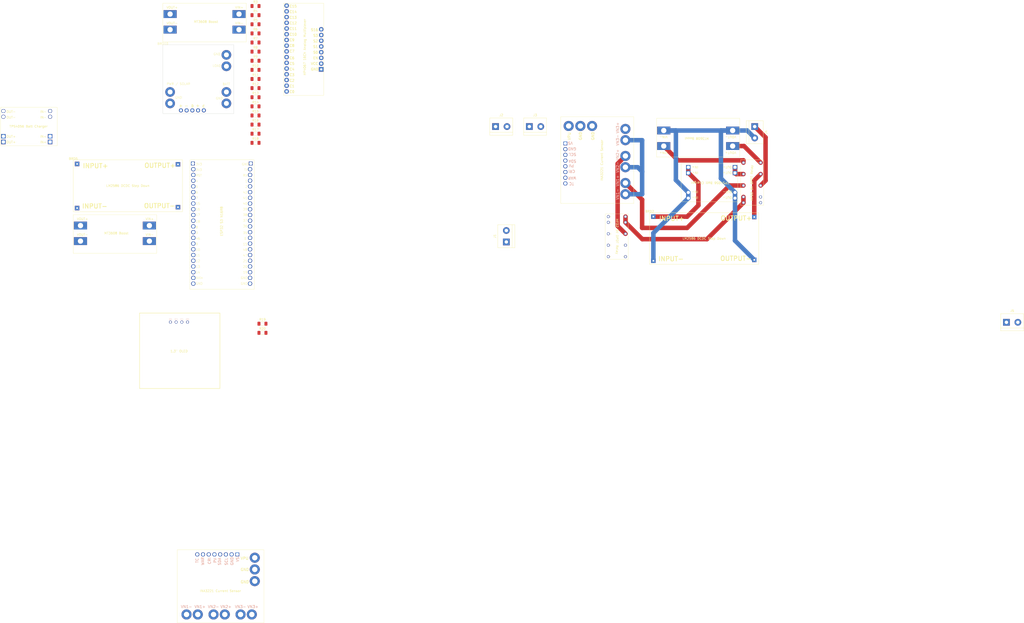
<source format=kicad_pcb>
(kicad_pcb (version 20241229) (generator "pcbnew") (generator_version "9.0")
  (layers (0 "F.Cu" signal) (2 "B.Cu" signal) (13 "F.Paste" user) (15 "B.Paste" user) (5 "F.SilkS" user "F.Silkscreen") (7 "B.SilkS" user "B.Silkscreen") (1 "F.Mask" user) (3 "B.Mask" user) (25 "Edge.Cuts" user))
  (net 0 "")
  (net 1 "Net-(BRD2-VOUT+)")
  (net 2 "GND")
  (net 3 "Net-(BRD1-OUT+-Pad3)")
  (net 4 "Net-(BRD2-VIN+)")
  (net 5 "Net-(BRD3-VIN+)")
  (net 6 "Net-(BRD3-VOUT+)")
  (net 7 "Net-(BRD5-VOUT+)")
  (net 8 "Net-(BRD4-OUT+-Pad3)")
  (net 9 "Net-(BRD5-VIN+)")
  (net 10 "Net-(BRD6-VIN+)")
  (net 11 "Net-(BRD6-VOUT+)")
  (net 12 "/MultiAdd2")
  (net 14 "/MultiAdd1")
  (net 17 "/MultiEn")
  (net 20 "/3V3")
  (net 21 "/AnaVoutMulti")
  (net 22 "/MultiAdd3")
  (net 25 "/MultiAdd0")
  (net 27 "/Current Meas & Solar/3V3")
  (net 28 "/Battery+")
  (net 30 "/Current Meas & Solar/SDA")
  (net 31 "/Current Meas & Solar/SolarPanelHi")
  (net 32 "/Current Meas & Solar/ExtLoadHi")
  (net 33 "/Current Meas & Solar/SCL")
  (net 35 "/SolarPanel+")
  (net 36 "/Current Meas & Solar/BattHi")
  (net 38 "/ExtLoad+")
  (net 40 "/Conn2Lo")
  (net 41 "/Current Meas & Solar/InternalLoad")
  (net 43 "/Conn1Lo")
  (net 48 "/Current Meas & Solar/5V")
  (net 51 "/Conn1Reset")
  (net 64 "/Conn2Reset")
  (net 67 "/Conn1Set")
  (net 73 "/Conn2Set")
  (net 78 "/Conn1Hi")
  (net 79 "/Conn2Hi")
  (net 80 "3V3")
  (net 81 "Net-(BRD7-C14)")
  (net 82 "Net-(BRD7-C5)")
  (net 83 "Net-(BRD7-C6)")
  (net 84 "Net-(BRD7-C3)")
  (net 85 "Net-(BRD7-C15)")
  (net 86 "Net-(BRD7-C2)")
  (net 87 "Net-(BRD7-C0)")
  (net 88 "Net-(BRD7-C1)")
  (net 89 "Net-(BRD7-C4)")
  (net 93 "/5V")
  (footprint "stimatofali:LM2596 Module" (layer "F.Cu") (at 113.3 73.2)
    (property "Reference" "BRD2")
    (property "Value" "LM2596 Buck")
  )
  (footprint "Resistor_SMD:R_1206_3216Metric_Pad1.30x1.75mm_HandSolder" (layer "F.Cu") (at -61.685 26.025)
    (property "Reference" "R14")
    (property "Value" "50k")
  )
  (footprint "stimatofali:TP4056 Battery Charger" (layer "F.Cu") (at 152.5 68.4 180)
    (property "Reference" "BRD1" (hide yes))
    (property "Value" "TPS4056" (hide yes))
  )
  (footprint "Resistor_SMD:R_1206_3216Metric_Pad1.30x1.75mm_HandSolder" (layer "F.Cu") (at -61.685 34.125)
    (property "Reference" "R16")
    (property "Value" "50k")
  )
  (footprint "stimatofali:HP4067 16Ch Analog Multiplexer" (layer "F.Cu") (at -49.2 -19.8)
    (property "Reference" "BRD7" (hide yes))
    (property "Value" "HP4067 Analog Multplexer" (hide yes))
  )
  (footprint "stimatofali:TP4056 Battery Charger" (layer "F.Cu") (at -174.9 26.5)
    (property "Reference" "BRD4" (hide yes))
    (property "Value" "TPS4056" (hide yes))
  )
  (footprint "Resistor_SMD:R_1206_3216Metric_Pad1.30x1.75mm_HandSolder" (layer "F.Cu") (at -61.685 -18.525)
    (property "Reference" "R3")
    (property "Value" "50k")
  )
  (footprint "Resistor_SMD:R_1206_3216Metric_Pad1.30x1.75mm_HandSolder" (layer "F.Cu") (at -61.685 9.825)
    (property "Reference" "R10")
    (property "Value" "100k")
  )
  (footprint "Resistor_SMD:R_1206_3216Metric_Pad1.30x1.75mm_HandSolder" (layer "F.Cu") (at -61.685 -14.475)
    (property "Reference" "R4")
    (property "Value" "50k")
  )
  (footprint "Resistor_SMD:R_1206_3216Metric_Pad1.30x1.75mm_HandSolder" (layer "F.Cu") (at -61.685 -2.325)
    (property "Reference" "R7")
    (property "Value" "10k")
  )
  (footprint "TerminalBlock:TerminalBlock_bornier-2_P5.08mm" (layer "F.Cu") (at 160 35 -90)
    (property "Reference" "J4")
    (property "Value" "Connection1")
  )
  (footprint "Resistor_SMD:R_1206_3216Metric_Pad1.30x1.75mm_HandSolder" (layer "F.Cu") (at -61.685 21.975)
    (property "Reference" "R13")
    (property "Value" "50k")
  )
  (footprint "stimatofali:MT3608 Boost" (layer "F.Cu") (at 153.4 48.51 180)
    (property "Reference" "BRD3" (hide yes))
    (property "Value" "MT3608" (hide yes))
  )
  (footprint "Resistor_SMD:R_1206_3216Metric_Pad1.30x1.75mm_HandSolder" (layer "F.Cu") (at -61.685 -10.425)
    (property "Reference" "R5")
    (property "Value" "50k")
  )
  (footprint "stimatofali:ESP32-S3-N16R8" (layer "F.Cu") (at -90.8 49.8)
    (property "Reference" "BRD12" (hide yes))
    (property "Value" "ESP32-S3-N16R8" (hide yes))
  )
  (footprint "stimatofali:1.3OLED GME12864" (layer "F.Cu") (at -113.175 117.825)
    (property "Reference" "BRD13" (hide yes))
    (property "Value" "~" (hide yes))
  )
  (footprint "Resistor_SMD:R_1206_3216Metric_Pad1.30x1.75mm_HandSolder" (layer "F.Cu") (at -61.685 1.725)
    (property "Reference" "R8")
    (property "Value" "50k")
  )
  (footprint "Resistor_SMD:R_1206_3216Metric_Pad1.30x1.75mm_HandSolder" (layer "F.Cu") (at -61.685 13.875)
    (property "Reference" "R11")
    (property "Value" "10k")
  )
  (footprint "TerminalBlock:TerminalBlock_bornier-2_P5.08mm" (layer "F.Cu") (at 49.7 86.24 90)
    (property "Reference" "J1")
    (property "Value" "Solar")
  )
  (footprint "Resistor_SMD:R_1206_3216Metric_Pad1.30x1.75mm_HandSolder" (layer "F.Cu") (at -61.685 5.775)
    (property "Reference" "R9")
    (property "Value" "50k")
  )
  (footprint "stimatofali:MT3608 Boost" (layer "F.Cu") (at -102.81 -19.8)
    (property "Reference" "BRD11" (hide yes))
    (property "Value" "MT3608" (hide yes))
  )
  (footprint "stimatofali:HFD2 DPDT Relay" (layer "F.Cu") (at 103.89 73.8 -90)
    (property "Reference" "K2" (hide yes))
    (property "Value" "HFD2-003-M-L2-D" (hide yes))
  )
  (footprint "stimatofali:LM2596 Module" (layer "F.Cu") (at -142.61 49.8)
    (property "Reference" "BRD5")
    (property "Value" "LM2596 Buck")
  )
  (footprint "Resistor_SMD:R_1206_3216Metric_Pad1.30x1.75mm_HandSolder" (layer "F.Cu") (at -61.685 38.175)
    (property "Reference" "R17")
    (property "Value" "50k")
  )
  (footprint "stimatofali:INA3221 Current Sensor" (layer "F.Cu") (at 73.85 69.15 90)
    (property "Reference" "BRD9" (hide yes))
    (property "Value" "INA3221 Current Sensor" (hide yes))
  )
  (footprint "TerminalBlock:TerminalBlock_bornier-2_P5.08mm" (layer "F.Cu") (at 59.92 35)
    (property "Reference" "J3")
    (property "Value" "Load")
  )
  (footprint "stimatofali:INA3221 Current Sensor" (layer "F.Cu") (at -96.42 222.94)
    (property "Reference" "BRD8" (hide yes))
    (property "Value" "INA3221 Current Sensor" (hide yes))
  )
  (footprint "Resistor_SMD:R_1206_3216Metric_Pad1.30x1.75mm_HandSolder" (layer "F.Cu") (at -61.685 17.925)
    (property "Reference" "R12")
    (property "Value" "50k")
  )
  (footprint "stimatofali:MCP73871" (layer "F.Cu") (at -102.81 -1.28)
    (property "Reference" "BRD10")
    (property "Value" "MCP73871 Solar Charger")
    (fp_rect (start 0 0) (end 31.5 30.5) (stroke (width 0.1)) (fill no) (layer "Edge.Cuts"))
  )
  (footprint "TerminalBlock:TerminalBlock_bornier-2_P5.08mm" (layer "F.Cu") (at 44.92 35)
    (property "Reference" "J2")
    (property "Value" "Battery")
  )
  (footprint "Resistor_SMD:R_1206_3216Metric_Pad1.30x1.75mm_HandSolder" (layer "F.Cu") (at -58.6 126.6)
    (property "Reference" "R20")
    (property "Value" "10k")
  )
  (footprint "Resistor_SMD:R_1206_3216Metric_Pad1.30x1.75mm_HandSolder" (layer "F.Cu") (at -61.685 -6.375)
    (property "Reference" "R6")
    (property "Value" "50k")
  )
  (footprint "Resistor_SMD:R_1206_3216Metric_Pad1.30x1.75mm_HandSolder" (layer "F.Cu") (at -58.6 122.55)
    (property "Reference" "R19")
    (property "Value" "100k")
  )
  (footprint "Resistor_SMD:R_1206_3216Metric_Pad1.30x1.75mm_HandSolder" (layer "F.Cu") (at -61.685 42.225)
    (property "Reference" "R18")
    (property "Value" "10k")
  )
  (footprint "stimatofali:MT3608 Boost" (layer "F.Cu") (at -142.61 74.11)
    (property "Reference" "BRD6" (hide yes))
    (property "Value" "MT3608" (hide yes))
  )
  (footprint "Resistor_SMD:R_1206_3216Metric_Pad1.30x1.75mm_HandSolder" (layer "F.Cu") (at -61.685 30.075)
    (property "Reference" "R15")
    (property "Value" "50k")
  )
  (footprint "stimatofali:HFD2 DPDT Relay" (layer "F.Cu") (at 153.73 70 90)
    (property "Reference" "K1" (hide yes))
    (property "Value" "HFD2-003-M-L2-D" (hide yes))
  )
  (footprint "TerminalBlock:TerminalBlock_bornier-2_P5.08mm" (layer "F.Cu") (at 271.78 121.92)
    (property "Reference" "J5")
    (property "Value" "Connection2")
  )
  (segment (start 135 60) (end 135 70) (width 2) (layer "F.Cu") (net 1))
  (segment (start 130 75) (end 115 75) (width 2) (layer "F.Cu") (net 1))
  (segment (start 130.5 55.6) (end 130.6 55.6) (width 2) (layer "F.Cu") (net 1))
  (segment (start 135 70) (end 130 75) (width 2) (layer "F.Cu") (net 1))
  (segment (start 130.5 53.06) (end 130.5 55.6) (width 2) (layer "F.Cu") (net 1))
  (segment (start 130.6 55.6) (end 135 60) (width 2) (layer "F.Cu") (net 1))
  (segment (start 115 82.3) (end 130.5 66.8) (width 2) (layer "B.Cu") (net 2))
  (segment (start 150.2 36.75) (end 156.67 36.75) (width 2) (layer "B.Cu") (net 2))
  (segment (start 115 94.6) (end 115 82.3) (width 2) (layer "B.Cu") (net 2))
  (segment (start 130.5 64.26) (end 125 58.76) (width 2) (layer "B.Cu") (net 2))
  (segment (start 151.25 85.65) (end 151.25 66.8) (width 2) (layer "B.Cu") (net 2))
  (segment (start 151.25 64.26) (end 145 58.01) (width 2) (layer "B.Cu") (net 2))
  (segment (start 130.5 66.8) (end 130.5 64.26) (width 2) (layer "B.Cu") (net 2))
  (segment (start 125 36.75) (end 119.6 36.75) (width 2) (layer "B.Cu") (net 2))
  (segment (start 145 36.75) (end 150.2 36.75) (width 2) (layer "B.Cu") (net 2))
  (segment (start 125 58.76) (end 125 36.75) (width 2) (layer "B.Cu") (net 2))
  (segment (start 159.8 94.2) (end 151.25 85.65) (width 2) (layer "B.Cu") (net 2))
  (segment (start 119.6 36.75) (end 150.2 36.75) (width 2) (layer "B.Cu") (net 2))
  (segment (start 145 58.01) (end 145 36.75) (width 2) (layer "B.Cu") (net 2))
  (segment (start 151.25 66.8) (end 151.25 64.26) (width 2) (layer "B.Cu") (net 2))
  (segment (start 156.67 36.75) (end 160 40.08) (width 2) (layer "B.Cu") (net 2))
  (segment (start 155 56.1) (end 151.75 56.1) (width 2) (layer "F.Cu") (net 3))
  (segment (start 151.25 53.06) (end 151.25 55.6) (width 2) (layer "F.Cu") (net 3))
  (segment (start 151.75 56.1) (end 151.25 55.6) (width 2) (layer "F.Cu") (net 3))
  (segment (start 159.8 58.92) (end 162.62 56.1) (width 2) (layer "F.Cu") (net 4))
  (segment (start 159.8 75.16) (end 159.8 58.92) (width 2) (layer "F.Cu") (net 4))
  (segment (start 119.6 43.66) (end 125.94 50) (width 2) (layer "F.Cu") (net 5))
  (segment (start 125.94 50) (end 155 50) (width 2) (layer "F.Cu") (net 5))
  (segment (start 155 50) (end 155 51.02) (width 2) (layer "F.Cu") (net 5))
  (segment (start 155.26 43.66) (end 162.62 51.02) (width 2) (layer "F.Cu") (net 6))
  (segment (start 150.2 43.66) (end 155.26 43.66) (width 2) (layer "F.Cu") (net 6))
  (segment (start 110 55) (end 110 41.05) (width 2) (layer "B.Cu") (net 36))
  (segment (start 110 65) (end 110 55) (width 2) (layer "B.Cu") (net 36))
  (segment (start 109.95 65.05) (end 110 65) (width 2) (layer "B.Cu") (net 36))
  (segment (start 108.05 53.05) (end 110 55) (width 2) (layer "B.Cu") (net 36))
  (segment (start 102.58 65.05) (end 109.95 65.05) (width 2) (layer "B.Cu") (net 36))
  (segment (start 110 41.05) (end 102.58 41.05) (width 2) (layer "B.Cu") (net 36))
  (segment (start 102.58 53.05) (end 108.05 53.05) (width 2) (layer "B.Cu") (net 36))
  (segment (start 99.129 51.501) (end 102.58 48.05) (width 2) (layer "F.Cu") (net 40))
  (segment (start 102.62 82.62) (end 99.129 79.129) (width 2) (layer "F.Cu") (net 40))
  (segment (start 99.129 79.129) (end 99.129 51.501) (width 2) (layer "F.Cu") (net 40))
  (segment (start 155 61.18) (end 148.82 61.18) (width 2) (layer "F.Cu") (net 43))
  (segment (start 148.82 61.18) (end 130 80) (width 2) (layer "F.Cu") (net 43))
  (segment (start 110 80) (end 110 67.47) (width 2) (layer "F.Cu") (net 43))
  (segment (start 130 80) (end 110 80) (width 2) (layer "F.Cu") (net 43))
  (segment (start 110 67.47) (end 102.58 60.05) (width 2) (layer "F.Cu") (net 43))
  (segment (start 164.821 58.979) (end 162.62 61.18) (width 2) (layer "F.Cu") (net 78))
  (segment (start 164.821 39.821) (end 164.821 58.979) (width 2) (layer "F.Cu") (net 78))
  (segment (start 160 35) (end 164.821 39.821) (width 2) (layer "F.Cu") (net 78))
  (segment (start 102.62 77.54) (end 110.08 85) (width 2) (layer "F.Cu") (net 80))
  (segment (start 110.08 85) (end 138.8 85) (width 2) (layer "F.Cu") (net 80))
  (segment (start 138.8 85) (end 155 68.8) (width 2) (layer "F.Cu") (net 80))
  (segment (start 155 66.26) (end 155 68.8) (width 2) (layer "F.Cu") (net 80))
  (segment (start 102.62 75) (end 102.62 77.54) (width 2) (layer "F.Cu") (net 80))
)
</source>
